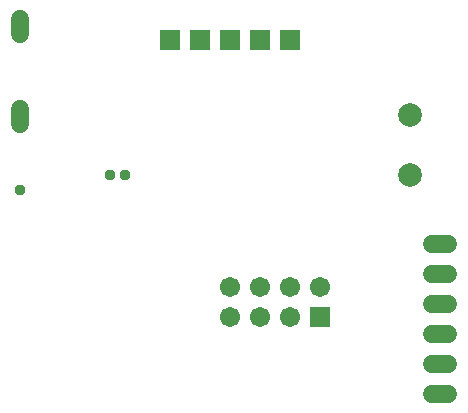
<source format=gbr>
G04 EAGLE Gerber RS-274X export*
G75*
%MOMM*%
%FSLAX34Y34*%
%LPD*%
%INSoldermask Bottom*%
%IPPOS*%
%AMOC8*
5,1,8,0,0,1.08239X$1,22.5*%
G01*
G04 Define Apertures*
%ADD10C,2.003200*%
%ADD11C,1.703200*%
%ADD12R,1.703200X1.703200*%
%ADD13C,1.524000*%
%ADD14R,1.711200X1.711200*%
%ADD15C,0.959600*%
D10*
X368300Y266700D03*
X368300Y215900D03*
D11*
X215900Y95800D03*
X241300Y95800D03*
X266700Y95800D03*
D12*
X292100Y95800D03*
D11*
X292100Y121200D03*
X266700Y121200D03*
X241300Y121200D03*
X215900Y121200D03*
D13*
X387096Y157226D02*
X400304Y157226D01*
X400304Y131826D02*
X387096Y131826D01*
X387096Y106426D02*
X400304Y106426D01*
X400304Y81026D02*
X387096Y81026D01*
X387096Y55626D02*
X400304Y55626D01*
X400304Y30226D02*
X387096Y30226D01*
D14*
X215900Y330200D03*
X241300Y330200D03*
X266700Y330200D03*
X190500Y330200D03*
X165100Y330200D03*
D13*
X38100Y272034D02*
X38100Y258826D01*
X38100Y335026D02*
X38100Y348234D01*
D15*
X114300Y215900D03*
X127000Y215900D03*
X38100Y203200D03*
M02*

</source>
